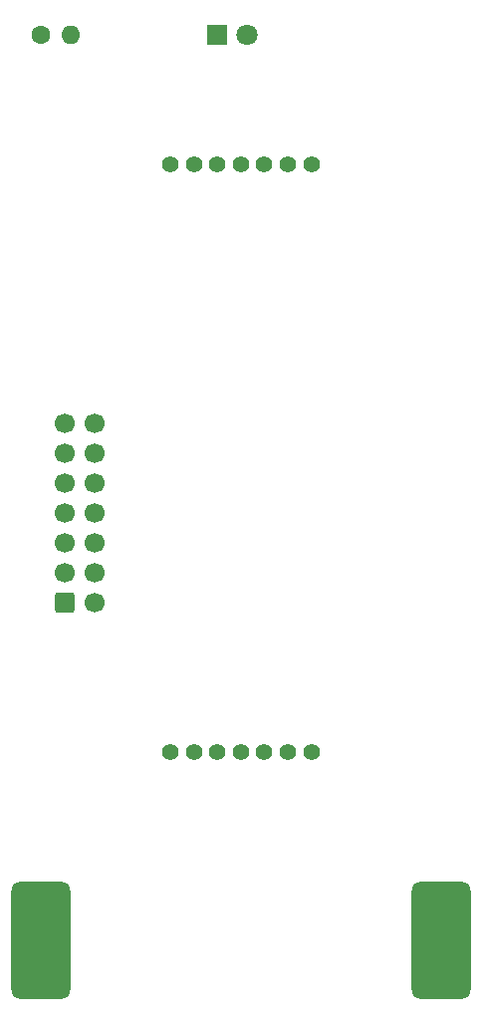
<source format=gbr>
%TF.GenerationSoftware,KiCad,Pcbnew,(6.0.2)*%
%TF.CreationDate,2022-06-02T11:54:08+02:00*%
%TF.ProjectId,Ctrl_AA,4374726c-5f41-4412-9e6b-696361645f70,rev?*%
%TF.SameCoordinates,Original*%
%TF.FileFunction,Soldermask,Top*%
%TF.FilePolarity,Negative*%
%FSLAX46Y46*%
G04 Gerber Fmt 4.6, Leading zero omitted, Abs format (unit mm)*
G04 Created by KiCad (PCBNEW (6.0.2)) date 2022-06-02 11:54:08*
%MOMM*%
%LPD*%
G01*
G04 APERTURE LIST*
G04 Aperture macros list*
%AMRoundRect*
0 Rectangle with rounded corners*
0 $1 Rounding radius*
0 $2 $3 $4 $5 $6 $7 $8 $9 X,Y pos of 4 corners*
0 Add a 4 corners polygon primitive as box body*
4,1,4,$2,$3,$4,$5,$6,$7,$8,$9,$2,$3,0*
0 Add four circle primitives for the rounded corners*
1,1,$1+$1,$2,$3*
1,1,$1+$1,$4,$5*
1,1,$1+$1,$6,$7*
1,1,$1+$1,$8,$9*
0 Add four rect primitives between the rounded corners*
20,1,$1+$1,$2,$3,$4,$5,0*
20,1,$1+$1,$4,$5,$6,$7,0*
20,1,$1+$1,$6,$7,$8,$9,0*
20,1,$1+$1,$8,$9,$2,$3,0*%
G04 Aperture macros list end*
%ADD10RoundRect,0.781250X-1.718750X-4.218750X1.718750X-4.218750X1.718750X4.218750X-1.718750X4.218750X0*%
%ADD11C,1.400000*%
%ADD12RoundRect,0.250000X-0.600000X-0.600000X0.600000X-0.600000X0.600000X0.600000X-0.600000X0.600000X0*%
%ADD13C,1.700000*%
%ADD14C,1.600000*%
%ADD15O,1.600000X1.600000*%
%ADD16R,1.800000X1.800000*%
%ADD17C,1.800000*%
G04 APERTURE END LIST*
D10*
%TO.C,J2*%
X128000000Y-120000000D03*
%TD*%
D11*
%TO.C,LCD1*%
X105000000Y-54000000D03*
X107000000Y-54000000D03*
X109000000Y-54000000D03*
X111000000Y-54000000D03*
X113000000Y-54000000D03*
X115000000Y-54000000D03*
X117000000Y-54000000D03*
X117000000Y-104000000D03*
X115000000Y-104000000D03*
X113000000Y-104000000D03*
X111000000Y-104000000D03*
X109000000Y-104000000D03*
X107000000Y-104000000D03*
X105000000Y-104000000D03*
%TD*%
D10*
%TO.C,J1*%
X94000000Y-120000000D03*
%TD*%
D12*
%TO.C,J3*%
X96000000Y-91240000D03*
D13*
X98540000Y-91240000D03*
X96000000Y-88700000D03*
X98540000Y-88700000D03*
X96000000Y-86160000D03*
X98540000Y-86160000D03*
X96000000Y-83620000D03*
X98540000Y-83620000D03*
X96000000Y-81080000D03*
X98540000Y-81080000D03*
X96000000Y-78540000D03*
X98540000Y-78540000D03*
X96000000Y-76000000D03*
X98540000Y-76000000D03*
%TD*%
D14*
%TO.C,TH1*%
X94000000Y-43000000D03*
D15*
X96540000Y-43000000D03*
%TD*%
D16*
%TO.C,D1*%
X109000000Y-43000000D03*
D17*
X111540000Y-43000000D03*
%TD*%
M02*

</source>
